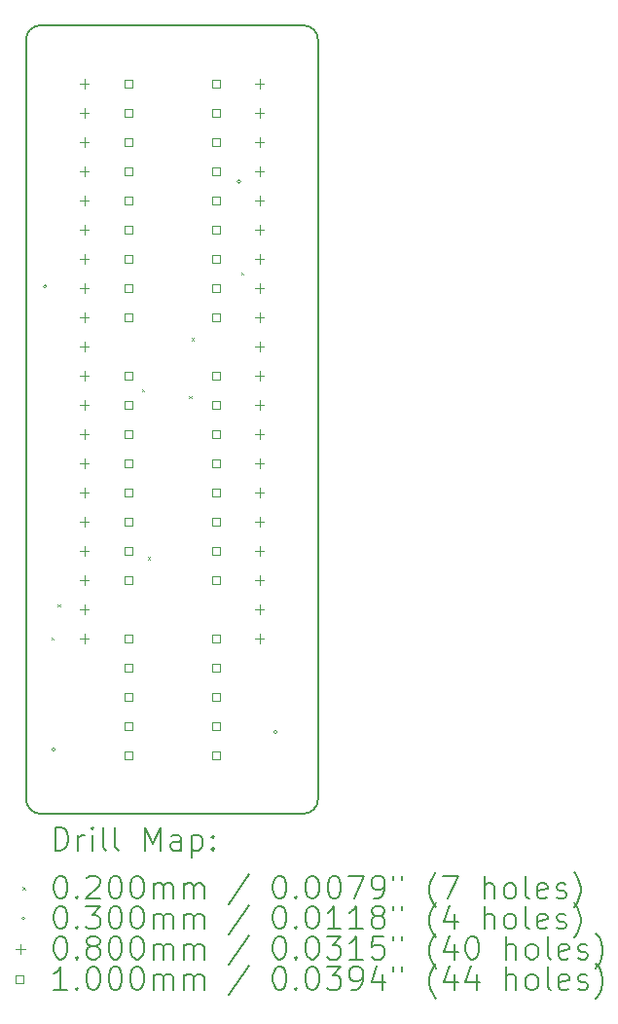
<source format=gbr>
%TF.GenerationSoftware,KiCad,Pcbnew,9.0.6-9.0.6~ubuntu25.10.1*%
%TF.CreationDate,2025-12-24T11:00:35+09:00*%
%TF.ProjectId,bionic-z8002,62696f6e-6963-42d7-9a38-3030322e6b69,1*%
%TF.SameCoordinates,Original*%
%TF.FileFunction,Drillmap*%
%TF.FilePolarity,Positive*%
%FSLAX45Y45*%
G04 Gerber Fmt 4.5, Leading zero omitted, Abs format (unit mm)*
G04 Created by KiCad (PCBNEW 9.0.6-9.0.6~ubuntu25.10.1) date 2025-12-24 11:00:35*
%MOMM*%
%LPD*%
G01*
G04 APERTURE LIST*
%ADD10C,0.150000*%
%ADD11C,0.200000*%
%ADD12C,0.100000*%
G04 APERTURE END LIST*
D10*
X12513000Y-7000000D02*
G75*
G02*
X12640000Y-7127000I0J-127000D01*
G01*
X12640000Y-13731000D02*
G75*
G02*
X12513000Y-13858000I-127000J0D01*
G01*
X10100000Y-7127000D02*
G75*
G02*
X10227000Y-7000000I127000J0D01*
G01*
X12640000Y-7127000D02*
X12640000Y-13731000D01*
X10227000Y-13858000D02*
G75*
G02*
X10100000Y-13731000I0J127000D01*
G01*
X12513000Y-13858000D02*
X10227000Y-13858000D01*
X10100000Y-13731000D02*
X10100000Y-7127000D01*
X10227000Y-7000000D02*
X12513000Y-7000000D01*
D11*
D12*
X10318600Y-12324000D02*
X10338600Y-12344000D01*
X10338600Y-12324000D02*
X10318600Y-12344000D01*
X10376610Y-12037390D02*
X10396610Y-12057390D01*
X10396610Y-12037390D02*
X10376610Y-12057390D01*
X11106000Y-10165000D02*
X11126000Y-10185000D01*
X11126000Y-10165000D02*
X11106000Y-10185000D01*
X11156800Y-11625500D02*
X11176800Y-11645500D01*
X11176800Y-11625500D02*
X11156800Y-11645500D01*
X11518750Y-10222150D02*
X11538750Y-10242150D01*
X11538750Y-10222150D02*
X11518750Y-10242150D01*
X11537800Y-9720500D02*
X11557800Y-9740500D01*
X11557800Y-9720500D02*
X11537800Y-9740500D01*
X11969600Y-9149000D02*
X11989600Y-9169000D01*
X11989600Y-9149000D02*
X11969600Y-9169000D01*
X10280100Y-9273300D02*
G75*
G02*
X10250100Y-9273300I-15000J0D01*
G01*
X10250100Y-9273300D02*
G75*
G02*
X10280100Y-9273300I15000J0D01*
G01*
X10356300Y-13299200D02*
G75*
G02*
X10326300Y-13299200I-15000J0D01*
G01*
X10326300Y-13299200D02*
G75*
G02*
X10356300Y-13299200I15000J0D01*
G01*
X11969200Y-8358900D02*
G75*
G02*
X11939200Y-8358900I-15000J0D01*
G01*
X11939200Y-8358900D02*
G75*
G02*
X11969200Y-8358900I15000J0D01*
G01*
X12286700Y-13146800D02*
G75*
G02*
X12256700Y-13146800I-15000J0D01*
G01*
X12256700Y-13146800D02*
G75*
G02*
X12286700Y-13146800I15000J0D01*
G01*
X10608000Y-7468000D02*
X10608000Y-7548000D01*
X10568000Y-7508000D02*
X10648000Y-7508000D01*
X10608000Y-7722000D02*
X10608000Y-7802000D01*
X10568000Y-7762000D02*
X10648000Y-7762000D01*
X10608000Y-7976000D02*
X10608000Y-8056000D01*
X10568000Y-8016000D02*
X10648000Y-8016000D01*
X10608000Y-8230000D02*
X10608000Y-8310000D01*
X10568000Y-8270000D02*
X10648000Y-8270000D01*
X10608000Y-8484000D02*
X10608000Y-8564000D01*
X10568000Y-8524000D02*
X10648000Y-8524000D01*
X10608000Y-8738000D02*
X10608000Y-8818000D01*
X10568000Y-8778000D02*
X10648000Y-8778000D01*
X10608000Y-8992000D02*
X10608000Y-9072000D01*
X10568000Y-9032000D02*
X10648000Y-9032000D01*
X10608000Y-9246000D02*
X10608000Y-9326000D01*
X10568000Y-9286000D02*
X10648000Y-9286000D01*
X10608000Y-9500000D02*
X10608000Y-9580000D01*
X10568000Y-9540000D02*
X10648000Y-9540000D01*
X10608000Y-9754000D02*
X10608000Y-9834000D01*
X10568000Y-9794000D02*
X10648000Y-9794000D01*
X10608000Y-10008000D02*
X10608000Y-10088000D01*
X10568000Y-10048000D02*
X10648000Y-10048000D01*
X10608000Y-10262000D02*
X10608000Y-10342000D01*
X10568000Y-10302000D02*
X10648000Y-10302000D01*
X10608000Y-10516000D02*
X10608000Y-10596000D01*
X10568000Y-10556000D02*
X10648000Y-10556000D01*
X10608000Y-10770000D02*
X10608000Y-10850000D01*
X10568000Y-10810000D02*
X10648000Y-10810000D01*
X10608000Y-11024000D02*
X10608000Y-11104000D01*
X10568000Y-11064000D02*
X10648000Y-11064000D01*
X10608000Y-11278000D02*
X10608000Y-11358000D01*
X10568000Y-11318000D02*
X10648000Y-11318000D01*
X10608000Y-11532000D02*
X10608000Y-11612000D01*
X10568000Y-11572000D02*
X10648000Y-11572000D01*
X10608000Y-11786000D02*
X10608000Y-11866000D01*
X10568000Y-11826000D02*
X10648000Y-11826000D01*
X10608000Y-12040000D02*
X10608000Y-12120000D01*
X10568000Y-12080000D02*
X10648000Y-12080000D01*
X10608000Y-12294000D02*
X10608000Y-12374000D01*
X10568000Y-12334000D02*
X10648000Y-12334000D01*
X12132000Y-7468000D02*
X12132000Y-7548000D01*
X12092000Y-7508000D02*
X12172000Y-7508000D01*
X12132000Y-7722000D02*
X12132000Y-7802000D01*
X12092000Y-7762000D02*
X12172000Y-7762000D01*
X12132000Y-7976000D02*
X12132000Y-8056000D01*
X12092000Y-8016000D02*
X12172000Y-8016000D01*
X12132000Y-8230000D02*
X12132000Y-8310000D01*
X12092000Y-8270000D02*
X12172000Y-8270000D01*
X12132000Y-8484000D02*
X12132000Y-8564000D01*
X12092000Y-8524000D02*
X12172000Y-8524000D01*
X12132000Y-8738000D02*
X12132000Y-8818000D01*
X12092000Y-8778000D02*
X12172000Y-8778000D01*
X12132000Y-8992000D02*
X12132000Y-9072000D01*
X12092000Y-9032000D02*
X12172000Y-9032000D01*
X12132000Y-9246000D02*
X12132000Y-9326000D01*
X12092000Y-9286000D02*
X12172000Y-9286000D01*
X12132000Y-9500000D02*
X12132000Y-9580000D01*
X12092000Y-9540000D02*
X12172000Y-9540000D01*
X12132000Y-9754000D02*
X12132000Y-9834000D01*
X12092000Y-9794000D02*
X12172000Y-9794000D01*
X12132000Y-10008000D02*
X12132000Y-10088000D01*
X12092000Y-10048000D02*
X12172000Y-10048000D01*
X12132000Y-10262000D02*
X12132000Y-10342000D01*
X12092000Y-10302000D02*
X12172000Y-10302000D01*
X12132000Y-10516000D02*
X12132000Y-10596000D01*
X12092000Y-10556000D02*
X12172000Y-10556000D01*
X12132000Y-10770000D02*
X12132000Y-10850000D01*
X12092000Y-10810000D02*
X12172000Y-10810000D01*
X12132000Y-11024000D02*
X12132000Y-11104000D01*
X12092000Y-11064000D02*
X12172000Y-11064000D01*
X12132000Y-11278000D02*
X12132000Y-11358000D01*
X12092000Y-11318000D02*
X12172000Y-11318000D01*
X12132000Y-11532000D02*
X12132000Y-11612000D01*
X12092000Y-11572000D02*
X12172000Y-11572000D01*
X12132000Y-11786000D02*
X12132000Y-11866000D01*
X12092000Y-11826000D02*
X12172000Y-11826000D01*
X12132000Y-12040000D02*
X12132000Y-12120000D01*
X12092000Y-12080000D02*
X12172000Y-12080000D01*
X12132000Y-12294000D02*
X12132000Y-12374000D01*
X12092000Y-12334000D02*
X12172000Y-12334000D01*
X11024356Y-7543356D02*
X11024356Y-7472644D01*
X10953644Y-7472644D01*
X10953644Y-7543356D01*
X11024356Y-7543356D01*
X11024356Y-7797356D02*
X11024356Y-7726644D01*
X10953644Y-7726644D01*
X10953644Y-7797356D01*
X11024356Y-7797356D01*
X11024356Y-8051356D02*
X11024356Y-7980644D01*
X10953644Y-7980644D01*
X10953644Y-8051356D01*
X11024356Y-8051356D01*
X11024356Y-8305356D02*
X11024356Y-8234644D01*
X10953644Y-8234644D01*
X10953644Y-8305356D01*
X11024356Y-8305356D01*
X11024356Y-8559356D02*
X11024356Y-8488644D01*
X10953644Y-8488644D01*
X10953644Y-8559356D01*
X11024356Y-8559356D01*
X11024356Y-8813356D02*
X11024356Y-8742644D01*
X10953644Y-8742644D01*
X10953644Y-8813356D01*
X11024356Y-8813356D01*
X11024356Y-9067356D02*
X11024356Y-8996644D01*
X10953644Y-8996644D01*
X10953644Y-9067356D01*
X11024356Y-9067356D01*
X11024356Y-9321356D02*
X11024356Y-9250644D01*
X10953644Y-9250644D01*
X10953644Y-9321356D01*
X11024356Y-9321356D01*
X11024356Y-9575356D02*
X11024356Y-9504644D01*
X10953644Y-9504644D01*
X10953644Y-9575356D01*
X11024356Y-9575356D01*
X11024356Y-10083356D02*
X11024356Y-10012644D01*
X10953644Y-10012644D01*
X10953644Y-10083356D01*
X11024356Y-10083356D01*
X11024356Y-10337356D02*
X11024356Y-10266644D01*
X10953644Y-10266644D01*
X10953644Y-10337356D01*
X11024356Y-10337356D01*
X11024356Y-10591356D02*
X11024356Y-10520644D01*
X10953644Y-10520644D01*
X10953644Y-10591356D01*
X11024356Y-10591356D01*
X11024356Y-10845356D02*
X11024356Y-10774644D01*
X10953644Y-10774644D01*
X10953644Y-10845356D01*
X11024356Y-10845356D01*
X11024356Y-11099356D02*
X11024356Y-11028644D01*
X10953644Y-11028644D01*
X10953644Y-11099356D01*
X11024356Y-11099356D01*
X11024356Y-11353356D02*
X11024356Y-11282644D01*
X10953644Y-11282644D01*
X10953644Y-11353356D01*
X11024356Y-11353356D01*
X11024356Y-11607356D02*
X11024356Y-11536644D01*
X10953644Y-11536644D01*
X10953644Y-11607356D01*
X11024356Y-11607356D01*
X11024356Y-11861356D02*
X11024356Y-11790644D01*
X10953644Y-11790644D01*
X10953644Y-11861356D01*
X11024356Y-11861356D01*
X11024356Y-12369356D02*
X11024356Y-12298644D01*
X10953644Y-12298644D01*
X10953644Y-12369356D01*
X11024356Y-12369356D01*
X11024356Y-12623356D02*
X11024356Y-12552644D01*
X10953644Y-12552644D01*
X10953644Y-12623356D01*
X11024356Y-12623356D01*
X11024356Y-12877356D02*
X11024356Y-12806644D01*
X10953644Y-12806644D01*
X10953644Y-12877356D01*
X11024356Y-12877356D01*
X11024356Y-13131356D02*
X11024356Y-13060644D01*
X10953644Y-13060644D01*
X10953644Y-13131356D01*
X11024356Y-13131356D01*
X11024356Y-13385356D02*
X11024356Y-13314644D01*
X10953644Y-13314644D01*
X10953644Y-13385356D01*
X11024356Y-13385356D01*
X11786356Y-7543356D02*
X11786356Y-7472644D01*
X11715644Y-7472644D01*
X11715644Y-7543356D01*
X11786356Y-7543356D01*
X11786356Y-7797356D02*
X11786356Y-7726644D01*
X11715644Y-7726644D01*
X11715644Y-7797356D01*
X11786356Y-7797356D01*
X11786356Y-8051356D02*
X11786356Y-7980644D01*
X11715644Y-7980644D01*
X11715644Y-8051356D01*
X11786356Y-8051356D01*
X11786356Y-8305356D02*
X11786356Y-8234644D01*
X11715644Y-8234644D01*
X11715644Y-8305356D01*
X11786356Y-8305356D01*
X11786356Y-8559356D02*
X11786356Y-8488644D01*
X11715644Y-8488644D01*
X11715644Y-8559356D01*
X11786356Y-8559356D01*
X11786356Y-8813356D02*
X11786356Y-8742644D01*
X11715644Y-8742644D01*
X11715644Y-8813356D01*
X11786356Y-8813356D01*
X11786356Y-9067356D02*
X11786356Y-8996644D01*
X11715644Y-8996644D01*
X11715644Y-9067356D01*
X11786356Y-9067356D01*
X11786356Y-9321356D02*
X11786356Y-9250644D01*
X11715644Y-9250644D01*
X11715644Y-9321356D01*
X11786356Y-9321356D01*
X11786356Y-9575356D02*
X11786356Y-9504644D01*
X11715644Y-9504644D01*
X11715644Y-9575356D01*
X11786356Y-9575356D01*
X11786356Y-10083356D02*
X11786356Y-10012644D01*
X11715644Y-10012644D01*
X11715644Y-10083356D01*
X11786356Y-10083356D01*
X11786356Y-10337356D02*
X11786356Y-10266644D01*
X11715644Y-10266644D01*
X11715644Y-10337356D01*
X11786356Y-10337356D01*
X11786356Y-10591356D02*
X11786356Y-10520644D01*
X11715644Y-10520644D01*
X11715644Y-10591356D01*
X11786356Y-10591356D01*
X11786356Y-10845356D02*
X11786356Y-10774644D01*
X11715644Y-10774644D01*
X11715644Y-10845356D01*
X11786356Y-10845356D01*
X11786356Y-11099356D02*
X11786356Y-11028644D01*
X11715644Y-11028644D01*
X11715644Y-11099356D01*
X11786356Y-11099356D01*
X11786356Y-11353356D02*
X11786356Y-11282644D01*
X11715644Y-11282644D01*
X11715644Y-11353356D01*
X11786356Y-11353356D01*
X11786356Y-11607356D02*
X11786356Y-11536644D01*
X11715644Y-11536644D01*
X11715644Y-11607356D01*
X11786356Y-11607356D01*
X11786356Y-11861356D02*
X11786356Y-11790644D01*
X11715644Y-11790644D01*
X11715644Y-11861356D01*
X11786356Y-11861356D01*
X11786356Y-12369356D02*
X11786356Y-12298644D01*
X11715644Y-12298644D01*
X11715644Y-12369356D01*
X11786356Y-12369356D01*
X11786356Y-12623356D02*
X11786356Y-12552644D01*
X11715644Y-12552644D01*
X11715644Y-12623356D01*
X11786356Y-12623356D01*
X11786356Y-12877356D02*
X11786356Y-12806644D01*
X11715644Y-12806644D01*
X11715644Y-12877356D01*
X11786356Y-12877356D01*
X11786356Y-13131356D02*
X11786356Y-13060644D01*
X11715644Y-13060644D01*
X11715644Y-13131356D01*
X11786356Y-13131356D01*
X11786356Y-13385356D02*
X11786356Y-13314644D01*
X11715644Y-13314644D01*
X11715644Y-13385356D01*
X11786356Y-13385356D01*
D11*
X10353277Y-14176984D02*
X10353277Y-13976984D01*
X10353277Y-13976984D02*
X10400896Y-13976984D01*
X10400896Y-13976984D02*
X10429467Y-13986508D01*
X10429467Y-13986508D02*
X10448515Y-14005555D01*
X10448515Y-14005555D02*
X10458039Y-14024603D01*
X10458039Y-14024603D02*
X10467563Y-14062698D01*
X10467563Y-14062698D02*
X10467563Y-14091269D01*
X10467563Y-14091269D02*
X10458039Y-14129365D01*
X10458039Y-14129365D02*
X10448515Y-14148412D01*
X10448515Y-14148412D02*
X10429467Y-14167460D01*
X10429467Y-14167460D02*
X10400896Y-14176984D01*
X10400896Y-14176984D02*
X10353277Y-14176984D01*
X10553277Y-14176984D02*
X10553277Y-14043650D01*
X10553277Y-14081746D02*
X10562801Y-14062698D01*
X10562801Y-14062698D02*
X10572324Y-14053174D01*
X10572324Y-14053174D02*
X10591372Y-14043650D01*
X10591372Y-14043650D02*
X10610420Y-14043650D01*
X10677086Y-14176984D02*
X10677086Y-14043650D01*
X10677086Y-13976984D02*
X10667563Y-13986508D01*
X10667563Y-13986508D02*
X10677086Y-13996031D01*
X10677086Y-13996031D02*
X10686610Y-13986508D01*
X10686610Y-13986508D02*
X10677086Y-13976984D01*
X10677086Y-13976984D02*
X10677086Y-13996031D01*
X10800896Y-14176984D02*
X10781848Y-14167460D01*
X10781848Y-14167460D02*
X10772324Y-14148412D01*
X10772324Y-14148412D02*
X10772324Y-13976984D01*
X10905658Y-14176984D02*
X10886610Y-14167460D01*
X10886610Y-14167460D02*
X10877086Y-14148412D01*
X10877086Y-14148412D02*
X10877086Y-13976984D01*
X11134229Y-14176984D02*
X11134229Y-13976984D01*
X11134229Y-13976984D02*
X11200896Y-14119841D01*
X11200896Y-14119841D02*
X11267562Y-13976984D01*
X11267562Y-13976984D02*
X11267562Y-14176984D01*
X11448515Y-14176984D02*
X11448515Y-14072222D01*
X11448515Y-14072222D02*
X11438991Y-14053174D01*
X11438991Y-14053174D02*
X11419943Y-14043650D01*
X11419943Y-14043650D02*
X11381848Y-14043650D01*
X11381848Y-14043650D02*
X11362801Y-14053174D01*
X11448515Y-14167460D02*
X11429467Y-14176984D01*
X11429467Y-14176984D02*
X11381848Y-14176984D01*
X11381848Y-14176984D02*
X11362801Y-14167460D01*
X11362801Y-14167460D02*
X11353277Y-14148412D01*
X11353277Y-14148412D02*
X11353277Y-14129365D01*
X11353277Y-14129365D02*
X11362801Y-14110317D01*
X11362801Y-14110317D02*
X11381848Y-14100793D01*
X11381848Y-14100793D02*
X11429467Y-14100793D01*
X11429467Y-14100793D02*
X11448515Y-14091269D01*
X11543753Y-14043650D02*
X11543753Y-14243650D01*
X11543753Y-14053174D02*
X11562801Y-14043650D01*
X11562801Y-14043650D02*
X11600896Y-14043650D01*
X11600896Y-14043650D02*
X11619943Y-14053174D01*
X11619943Y-14053174D02*
X11629467Y-14062698D01*
X11629467Y-14062698D02*
X11638991Y-14081746D01*
X11638991Y-14081746D02*
X11638991Y-14138888D01*
X11638991Y-14138888D02*
X11629467Y-14157936D01*
X11629467Y-14157936D02*
X11619943Y-14167460D01*
X11619943Y-14167460D02*
X11600896Y-14176984D01*
X11600896Y-14176984D02*
X11562801Y-14176984D01*
X11562801Y-14176984D02*
X11543753Y-14167460D01*
X11724705Y-14157936D02*
X11734229Y-14167460D01*
X11734229Y-14167460D02*
X11724705Y-14176984D01*
X11724705Y-14176984D02*
X11715182Y-14167460D01*
X11715182Y-14167460D02*
X11724705Y-14157936D01*
X11724705Y-14157936D02*
X11724705Y-14176984D01*
X11724705Y-14053174D02*
X11734229Y-14062698D01*
X11734229Y-14062698D02*
X11724705Y-14072222D01*
X11724705Y-14072222D02*
X11715182Y-14062698D01*
X11715182Y-14062698D02*
X11724705Y-14053174D01*
X11724705Y-14053174D02*
X11724705Y-14072222D01*
D12*
X10072500Y-14495500D02*
X10092500Y-14515500D01*
X10092500Y-14495500D02*
X10072500Y-14515500D01*
D11*
X10391372Y-14396984D02*
X10410420Y-14396984D01*
X10410420Y-14396984D02*
X10429467Y-14406508D01*
X10429467Y-14406508D02*
X10438991Y-14416031D01*
X10438991Y-14416031D02*
X10448515Y-14435079D01*
X10448515Y-14435079D02*
X10458039Y-14473174D01*
X10458039Y-14473174D02*
X10458039Y-14520793D01*
X10458039Y-14520793D02*
X10448515Y-14558888D01*
X10448515Y-14558888D02*
X10438991Y-14577936D01*
X10438991Y-14577936D02*
X10429467Y-14587460D01*
X10429467Y-14587460D02*
X10410420Y-14596984D01*
X10410420Y-14596984D02*
X10391372Y-14596984D01*
X10391372Y-14596984D02*
X10372324Y-14587460D01*
X10372324Y-14587460D02*
X10362801Y-14577936D01*
X10362801Y-14577936D02*
X10353277Y-14558888D01*
X10353277Y-14558888D02*
X10343753Y-14520793D01*
X10343753Y-14520793D02*
X10343753Y-14473174D01*
X10343753Y-14473174D02*
X10353277Y-14435079D01*
X10353277Y-14435079D02*
X10362801Y-14416031D01*
X10362801Y-14416031D02*
X10372324Y-14406508D01*
X10372324Y-14406508D02*
X10391372Y-14396984D01*
X10543753Y-14577936D02*
X10553277Y-14587460D01*
X10553277Y-14587460D02*
X10543753Y-14596984D01*
X10543753Y-14596984D02*
X10534229Y-14587460D01*
X10534229Y-14587460D02*
X10543753Y-14577936D01*
X10543753Y-14577936D02*
X10543753Y-14596984D01*
X10629467Y-14416031D02*
X10638991Y-14406508D01*
X10638991Y-14406508D02*
X10658039Y-14396984D01*
X10658039Y-14396984D02*
X10705658Y-14396984D01*
X10705658Y-14396984D02*
X10724705Y-14406508D01*
X10724705Y-14406508D02*
X10734229Y-14416031D01*
X10734229Y-14416031D02*
X10743753Y-14435079D01*
X10743753Y-14435079D02*
X10743753Y-14454127D01*
X10743753Y-14454127D02*
X10734229Y-14482698D01*
X10734229Y-14482698D02*
X10619944Y-14596984D01*
X10619944Y-14596984D02*
X10743753Y-14596984D01*
X10867563Y-14396984D02*
X10886610Y-14396984D01*
X10886610Y-14396984D02*
X10905658Y-14406508D01*
X10905658Y-14406508D02*
X10915182Y-14416031D01*
X10915182Y-14416031D02*
X10924705Y-14435079D01*
X10924705Y-14435079D02*
X10934229Y-14473174D01*
X10934229Y-14473174D02*
X10934229Y-14520793D01*
X10934229Y-14520793D02*
X10924705Y-14558888D01*
X10924705Y-14558888D02*
X10915182Y-14577936D01*
X10915182Y-14577936D02*
X10905658Y-14587460D01*
X10905658Y-14587460D02*
X10886610Y-14596984D01*
X10886610Y-14596984D02*
X10867563Y-14596984D01*
X10867563Y-14596984D02*
X10848515Y-14587460D01*
X10848515Y-14587460D02*
X10838991Y-14577936D01*
X10838991Y-14577936D02*
X10829467Y-14558888D01*
X10829467Y-14558888D02*
X10819944Y-14520793D01*
X10819944Y-14520793D02*
X10819944Y-14473174D01*
X10819944Y-14473174D02*
X10829467Y-14435079D01*
X10829467Y-14435079D02*
X10838991Y-14416031D01*
X10838991Y-14416031D02*
X10848515Y-14406508D01*
X10848515Y-14406508D02*
X10867563Y-14396984D01*
X11058039Y-14396984D02*
X11077086Y-14396984D01*
X11077086Y-14396984D02*
X11096134Y-14406508D01*
X11096134Y-14406508D02*
X11105658Y-14416031D01*
X11105658Y-14416031D02*
X11115182Y-14435079D01*
X11115182Y-14435079D02*
X11124705Y-14473174D01*
X11124705Y-14473174D02*
X11124705Y-14520793D01*
X11124705Y-14520793D02*
X11115182Y-14558888D01*
X11115182Y-14558888D02*
X11105658Y-14577936D01*
X11105658Y-14577936D02*
X11096134Y-14587460D01*
X11096134Y-14587460D02*
X11077086Y-14596984D01*
X11077086Y-14596984D02*
X11058039Y-14596984D01*
X11058039Y-14596984D02*
X11038991Y-14587460D01*
X11038991Y-14587460D02*
X11029467Y-14577936D01*
X11029467Y-14577936D02*
X11019944Y-14558888D01*
X11019944Y-14558888D02*
X11010420Y-14520793D01*
X11010420Y-14520793D02*
X11010420Y-14473174D01*
X11010420Y-14473174D02*
X11019944Y-14435079D01*
X11019944Y-14435079D02*
X11029467Y-14416031D01*
X11029467Y-14416031D02*
X11038991Y-14406508D01*
X11038991Y-14406508D02*
X11058039Y-14396984D01*
X11210420Y-14596984D02*
X11210420Y-14463650D01*
X11210420Y-14482698D02*
X11219943Y-14473174D01*
X11219943Y-14473174D02*
X11238991Y-14463650D01*
X11238991Y-14463650D02*
X11267563Y-14463650D01*
X11267563Y-14463650D02*
X11286610Y-14473174D01*
X11286610Y-14473174D02*
X11296134Y-14492222D01*
X11296134Y-14492222D02*
X11296134Y-14596984D01*
X11296134Y-14492222D02*
X11305658Y-14473174D01*
X11305658Y-14473174D02*
X11324705Y-14463650D01*
X11324705Y-14463650D02*
X11353277Y-14463650D01*
X11353277Y-14463650D02*
X11372324Y-14473174D01*
X11372324Y-14473174D02*
X11381848Y-14492222D01*
X11381848Y-14492222D02*
X11381848Y-14596984D01*
X11477086Y-14596984D02*
X11477086Y-14463650D01*
X11477086Y-14482698D02*
X11486610Y-14473174D01*
X11486610Y-14473174D02*
X11505658Y-14463650D01*
X11505658Y-14463650D02*
X11534229Y-14463650D01*
X11534229Y-14463650D02*
X11553277Y-14473174D01*
X11553277Y-14473174D02*
X11562801Y-14492222D01*
X11562801Y-14492222D02*
X11562801Y-14596984D01*
X11562801Y-14492222D02*
X11572324Y-14473174D01*
X11572324Y-14473174D02*
X11591372Y-14463650D01*
X11591372Y-14463650D02*
X11619943Y-14463650D01*
X11619943Y-14463650D02*
X11638991Y-14473174D01*
X11638991Y-14473174D02*
X11648515Y-14492222D01*
X11648515Y-14492222D02*
X11648515Y-14596984D01*
X12038991Y-14387460D02*
X11867563Y-14644603D01*
X12296134Y-14396984D02*
X12315182Y-14396984D01*
X12315182Y-14396984D02*
X12334229Y-14406508D01*
X12334229Y-14406508D02*
X12343753Y-14416031D01*
X12343753Y-14416031D02*
X12353277Y-14435079D01*
X12353277Y-14435079D02*
X12362801Y-14473174D01*
X12362801Y-14473174D02*
X12362801Y-14520793D01*
X12362801Y-14520793D02*
X12353277Y-14558888D01*
X12353277Y-14558888D02*
X12343753Y-14577936D01*
X12343753Y-14577936D02*
X12334229Y-14587460D01*
X12334229Y-14587460D02*
X12315182Y-14596984D01*
X12315182Y-14596984D02*
X12296134Y-14596984D01*
X12296134Y-14596984D02*
X12277086Y-14587460D01*
X12277086Y-14587460D02*
X12267563Y-14577936D01*
X12267563Y-14577936D02*
X12258039Y-14558888D01*
X12258039Y-14558888D02*
X12248515Y-14520793D01*
X12248515Y-14520793D02*
X12248515Y-14473174D01*
X12248515Y-14473174D02*
X12258039Y-14435079D01*
X12258039Y-14435079D02*
X12267563Y-14416031D01*
X12267563Y-14416031D02*
X12277086Y-14406508D01*
X12277086Y-14406508D02*
X12296134Y-14396984D01*
X12448515Y-14577936D02*
X12458039Y-14587460D01*
X12458039Y-14587460D02*
X12448515Y-14596984D01*
X12448515Y-14596984D02*
X12438991Y-14587460D01*
X12438991Y-14587460D02*
X12448515Y-14577936D01*
X12448515Y-14577936D02*
X12448515Y-14596984D01*
X12581848Y-14396984D02*
X12600896Y-14396984D01*
X12600896Y-14396984D02*
X12619944Y-14406508D01*
X12619944Y-14406508D02*
X12629467Y-14416031D01*
X12629467Y-14416031D02*
X12638991Y-14435079D01*
X12638991Y-14435079D02*
X12648515Y-14473174D01*
X12648515Y-14473174D02*
X12648515Y-14520793D01*
X12648515Y-14520793D02*
X12638991Y-14558888D01*
X12638991Y-14558888D02*
X12629467Y-14577936D01*
X12629467Y-14577936D02*
X12619944Y-14587460D01*
X12619944Y-14587460D02*
X12600896Y-14596984D01*
X12600896Y-14596984D02*
X12581848Y-14596984D01*
X12581848Y-14596984D02*
X12562801Y-14587460D01*
X12562801Y-14587460D02*
X12553277Y-14577936D01*
X12553277Y-14577936D02*
X12543753Y-14558888D01*
X12543753Y-14558888D02*
X12534229Y-14520793D01*
X12534229Y-14520793D02*
X12534229Y-14473174D01*
X12534229Y-14473174D02*
X12543753Y-14435079D01*
X12543753Y-14435079D02*
X12553277Y-14416031D01*
X12553277Y-14416031D02*
X12562801Y-14406508D01*
X12562801Y-14406508D02*
X12581848Y-14396984D01*
X12772325Y-14396984D02*
X12791372Y-14396984D01*
X12791372Y-14396984D02*
X12810420Y-14406508D01*
X12810420Y-14406508D02*
X12819944Y-14416031D01*
X12819944Y-14416031D02*
X12829467Y-14435079D01*
X12829467Y-14435079D02*
X12838991Y-14473174D01*
X12838991Y-14473174D02*
X12838991Y-14520793D01*
X12838991Y-14520793D02*
X12829467Y-14558888D01*
X12829467Y-14558888D02*
X12819944Y-14577936D01*
X12819944Y-14577936D02*
X12810420Y-14587460D01*
X12810420Y-14587460D02*
X12791372Y-14596984D01*
X12791372Y-14596984D02*
X12772325Y-14596984D01*
X12772325Y-14596984D02*
X12753277Y-14587460D01*
X12753277Y-14587460D02*
X12743753Y-14577936D01*
X12743753Y-14577936D02*
X12734229Y-14558888D01*
X12734229Y-14558888D02*
X12724706Y-14520793D01*
X12724706Y-14520793D02*
X12724706Y-14473174D01*
X12724706Y-14473174D02*
X12734229Y-14435079D01*
X12734229Y-14435079D02*
X12743753Y-14416031D01*
X12743753Y-14416031D02*
X12753277Y-14406508D01*
X12753277Y-14406508D02*
X12772325Y-14396984D01*
X12905658Y-14396984D02*
X13038991Y-14396984D01*
X13038991Y-14396984D02*
X12953277Y-14596984D01*
X13124706Y-14596984D02*
X13162801Y-14596984D01*
X13162801Y-14596984D02*
X13181848Y-14587460D01*
X13181848Y-14587460D02*
X13191372Y-14577936D01*
X13191372Y-14577936D02*
X13210420Y-14549365D01*
X13210420Y-14549365D02*
X13219944Y-14511269D01*
X13219944Y-14511269D02*
X13219944Y-14435079D01*
X13219944Y-14435079D02*
X13210420Y-14416031D01*
X13210420Y-14416031D02*
X13200896Y-14406508D01*
X13200896Y-14406508D02*
X13181848Y-14396984D01*
X13181848Y-14396984D02*
X13143753Y-14396984D01*
X13143753Y-14396984D02*
X13124706Y-14406508D01*
X13124706Y-14406508D02*
X13115182Y-14416031D01*
X13115182Y-14416031D02*
X13105658Y-14435079D01*
X13105658Y-14435079D02*
X13105658Y-14482698D01*
X13105658Y-14482698D02*
X13115182Y-14501746D01*
X13115182Y-14501746D02*
X13124706Y-14511269D01*
X13124706Y-14511269D02*
X13143753Y-14520793D01*
X13143753Y-14520793D02*
X13181848Y-14520793D01*
X13181848Y-14520793D02*
X13200896Y-14511269D01*
X13200896Y-14511269D02*
X13210420Y-14501746D01*
X13210420Y-14501746D02*
X13219944Y-14482698D01*
X13296134Y-14396984D02*
X13296134Y-14435079D01*
X13372325Y-14396984D02*
X13372325Y-14435079D01*
X13667563Y-14673174D02*
X13658039Y-14663650D01*
X13658039Y-14663650D02*
X13638991Y-14635079D01*
X13638991Y-14635079D02*
X13629468Y-14616031D01*
X13629468Y-14616031D02*
X13619944Y-14587460D01*
X13619944Y-14587460D02*
X13610420Y-14539841D01*
X13610420Y-14539841D02*
X13610420Y-14501746D01*
X13610420Y-14501746D02*
X13619944Y-14454127D01*
X13619944Y-14454127D02*
X13629468Y-14425555D01*
X13629468Y-14425555D02*
X13638991Y-14406508D01*
X13638991Y-14406508D02*
X13658039Y-14377936D01*
X13658039Y-14377936D02*
X13667563Y-14368412D01*
X13724706Y-14396984D02*
X13858039Y-14396984D01*
X13858039Y-14396984D02*
X13772325Y-14596984D01*
X14086610Y-14596984D02*
X14086610Y-14396984D01*
X14172325Y-14596984D02*
X14172325Y-14492222D01*
X14172325Y-14492222D02*
X14162801Y-14473174D01*
X14162801Y-14473174D02*
X14143753Y-14463650D01*
X14143753Y-14463650D02*
X14115182Y-14463650D01*
X14115182Y-14463650D02*
X14096134Y-14473174D01*
X14096134Y-14473174D02*
X14086610Y-14482698D01*
X14296134Y-14596984D02*
X14277087Y-14587460D01*
X14277087Y-14587460D02*
X14267563Y-14577936D01*
X14267563Y-14577936D02*
X14258039Y-14558888D01*
X14258039Y-14558888D02*
X14258039Y-14501746D01*
X14258039Y-14501746D02*
X14267563Y-14482698D01*
X14267563Y-14482698D02*
X14277087Y-14473174D01*
X14277087Y-14473174D02*
X14296134Y-14463650D01*
X14296134Y-14463650D02*
X14324706Y-14463650D01*
X14324706Y-14463650D02*
X14343753Y-14473174D01*
X14343753Y-14473174D02*
X14353277Y-14482698D01*
X14353277Y-14482698D02*
X14362801Y-14501746D01*
X14362801Y-14501746D02*
X14362801Y-14558888D01*
X14362801Y-14558888D02*
X14353277Y-14577936D01*
X14353277Y-14577936D02*
X14343753Y-14587460D01*
X14343753Y-14587460D02*
X14324706Y-14596984D01*
X14324706Y-14596984D02*
X14296134Y-14596984D01*
X14477087Y-14596984D02*
X14458039Y-14587460D01*
X14458039Y-14587460D02*
X14448515Y-14568412D01*
X14448515Y-14568412D02*
X14448515Y-14396984D01*
X14629468Y-14587460D02*
X14610420Y-14596984D01*
X14610420Y-14596984D02*
X14572325Y-14596984D01*
X14572325Y-14596984D02*
X14553277Y-14587460D01*
X14553277Y-14587460D02*
X14543753Y-14568412D01*
X14543753Y-14568412D02*
X14543753Y-14492222D01*
X14543753Y-14492222D02*
X14553277Y-14473174D01*
X14553277Y-14473174D02*
X14572325Y-14463650D01*
X14572325Y-14463650D02*
X14610420Y-14463650D01*
X14610420Y-14463650D02*
X14629468Y-14473174D01*
X14629468Y-14473174D02*
X14638991Y-14492222D01*
X14638991Y-14492222D02*
X14638991Y-14511269D01*
X14638991Y-14511269D02*
X14543753Y-14530317D01*
X14715182Y-14587460D02*
X14734230Y-14596984D01*
X14734230Y-14596984D02*
X14772325Y-14596984D01*
X14772325Y-14596984D02*
X14791372Y-14587460D01*
X14791372Y-14587460D02*
X14800896Y-14568412D01*
X14800896Y-14568412D02*
X14800896Y-14558888D01*
X14800896Y-14558888D02*
X14791372Y-14539841D01*
X14791372Y-14539841D02*
X14772325Y-14530317D01*
X14772325Y-14530317D02*
X14743753Y-14530317D01*
X14743753Y-14530317D02*
X14724706Y-14520793D01*
X14724706Y-14520793D02*
X14715182Y-14501746D01*
X14715182Y-14501746D02*
X14715182Y-14492222D01*
X14715182Y-14492222D02*
X14724706Y-14473174D01*
X14724706Y-14473174D02*
X14743753Y-14463650D01*
X14743753Y-14463650D02*
X14772325Y-14463650D01*
X14772325Y-14463650D02*
X14791372Y-14473174D01*
X14867563Y-14673174D02*
X14877087Y-14663650D01*
X14877087Y-14663650D02*
X14896134Y-14635079D01*
X14896134Y-14635079D02*
X14905658Y-14616031D01*
X14905658Y-14616031D02*
X14915182Y-14587460D01*
X14915182Y-14587460D02*
X14924706Y-14539841D01*
X14924706Y-14539841D02*
X14924706Y-14501746D01*
X14924706Y-14501746D02*
X14915182Y-14454127D01*
X14915182Y-14454127D02*
X14905658Y-14425555D01*
X14905658Y-14425555D02*
X14896134Y-14406508D01*
X14896134Y-14406508D02*
X14877087Y-14377936D01*
X14877087Y-14377936D02*
X14867563Y-14368412D01*
D12*
X10092500Y-14769500D02*
G75*
G02*
X10062500Y-14769500I-15000J0D01*
G01*
X10062500Y-14769500D02*
G75*
G02*
X10092500Y-14769500I15000J0D01*
G01*
D11*
X10391372Y-14660984D02*
X10410420Y-14660984D01*
X10410420Y-14660984D02*
X10429467Y-14670508D01*
X10429467Y-14670508D02*
X10438991Y-14680031D01*
X10438991Y-14680031D02*
X10448515Y-14699079D01*
X10448515Y-14699079D02*
X10458039Y-14737174D01*
X10458039Y-14737174D02*
X10458039Y-14784793D01*
X10458039Y-14784793D02*
X10448515Y-14822888D01*
X10448515Y-14822888D02*
X10438991Y-14841936D01*
X10438991Y-14841936D02*
X10429467Y-14851460D01*
X10429467Y-14851460D02*
X10410420Y-14860984D01*
X10410420Y-14860984D02*
X10391372Y-14860984D01*
X10391372Y-14860984D02*
X10372324Y-14851460D01*
X10372324Y-14851460D02*
X10362801Y-14841936D01*
X10362801Y-14841936D02*
X10353277Y-14822888D01*
X10353277Y-14822888D02*
X10343753Y-14784793D01*
X10343753Y-14784793D02*
X10343753Y-14737174D01*
X10343753Y-14737174D02*
X10353277Y-14699079D01*
X10353277Y-14699079D02*
X10362801Y-14680031D01*
X10362801Y-14680031D02*
X10372324Y-14670508D01*
X10372324Y-14670508D02*
X10391372Y-14660984D01*
X10543753Y-14841936D02*
X10553277Y-14851460D01*
X10553277Y-14851460D02*
X10543753Y-14860984D01*
X10543753Y-14860984D02*
X10534229Y-14851460D01*
X10534229Y-14851460D02*
X10543753Y-14841936D01*
X10543753Y-14841936D02*
X10543753Y-14860984D01*
X10619944Y-14660984D02*
X10743753Y-14660984D01*
X10743753Y-14660984D02*
X10677086Y-14737174D01*
X10677086Y-14737174D02*
X10705658Y-14737174D01*
X10705658Y-14737174D02*
X10724705Y-14746698D01*
X10724705Y-14746698D02*
X10734229Y-14756222D01*
X10734229Y-14756222D02*
X10743753Y-14775269D01*
X10743753Y-14775269D02*
X10743753Y-14822888D01*
X10743753Y-14822888D02*
X10734229Y-14841936D01*
X10734229Y-14841936D02*
X10724705Y-14851460D01*
X10724705Y-14851460D02*
X10705658Y-14860984D01*
X10705658Y-14860984D02*
X10648515Y-14860984D01*
X10648515Y-14860984D02*
X10629467Y-14851460D01*
X10629467Y-14851460D02*
X10619944Y-14841936D01*
X10867563Y-14660984D02*
X10886610Y-14660984D01*
X10886610Y-14660984D02*
X10905658Y-14670508D01*
X10905658Y-14670508D02*
X10915182Y-14680031D01*
X10915182Y-14680031D02*
X10924705Y-14699079D01*
X10924705Y-14699079D02*
X10934229Y-14737174D01*
X10934229Y-14737174D02*
X10934229Y-14784793D01*
X10934229Y-14784793D02*
X10924705Y-14822888D01*
X10924705Y-14822888D02*
X10915182Y-14841936D01*
X10915182Y-14841936D02*
X10905658Y-14851460D01*
X10905658Y-14851460D02*
X10886610Y-14860984D01*
X10886610Y-14860984D02*
X10867563Y-14860984D01*
X10867563Y-14860984D02*
X10848515Y-14851460D01*
X10848515Y-14851460D02*
X10838991Y-14841936D01*
X10838991Y-14841936D02*
X10829467Y-14822888D01*
X10829467Y-14822888D02*
X10819944Y-14784793D01*
X10819944Y-14784793D02*
X10819944Y-14737174D01*
X10819944Y-14737174D02*
X10829467Y-14699079D01*
X10829467Y-14699079D02*
X10838991Y-14680031D01*
X10838991Y-14680031D02*
X10848515Y-14670508D01*
X10848515Y-14670508D02*
X10867563Y-14660984D01*
X11058039Y-14660984D02*
X11077086Y-14660984D01*
X11077086Y-14660984D02*
X11096134Y-14670508D01*
X11096134Y-14670508D02*
X11105658Y-14680031D01*
X11105658Y-14680031D02*
X11115182Y-14699079D01*
X11115182Y-14699079D02*
X11124705Y-14737174D01*
X11124705Y-14737174D02*
X11124705Y-14784793D01*
X11124705Y-14784793D02*
X11115182Y-14822888D01*
X11115182Y-14822888D02*
X11105658Y-14841936D01*
X11105658Y-14841936D02*
X11096134Y-14851460D01*
X11096134Y-14851460D02*
X11077086Y-14860984D01*
X11077086Y-14860984D02*
X11058039Y-14860984D01*
X11058039Y-14860984D02*
X11038991Y-14851460D01*
X11038991Y-14851460D02*
X11029467Y-14841936D01*
X11029467Y-14841936D02*
X11019944Y-14822888D01*
X11019944Y-14822888D02*
X11010420Y-14784793D01*
X11010420Y-14784793D02*
X11010420Y-14737174D01*
X11010420Y-14737174D02*
X11019944Y-14699079D01*
X11019944Y-14699079D02*
X11029467Y-14680031D01*
X11029467Y-14680031D02*
X11038991Y-14670508D01*
X11038991Y-14670508D02*
X11058039Y-14660984D01*
X11210420Y-14860984D02*
X11210420Y-14727650D01*
X11210420Y-14746698D02*
X11219943Y-14737174D01*
X11219943Y-14737174D02*
X11238991Y-14727650D01*
X11238991Y-14727650D02*
X11267563Y-14727650D01*
X11267563Y-14727650D02*
X11286610Y-14737174D01*
X11286610Y-14737174D02*
X11296134Y-14756222D01*
X11296134Y-14756222D02*
X11296134Y-14860984D01*
X11296134Y-14756222D02*
X11305658Y-14737174D01*
X11305658Y-14737174D02*
X11324705Y-14727650D01*
X11324705Y-14727650D02*
X11353277Y-14727650D01*
X11353277Y-14727650D02*
X11372324Y-14737174D01*
X11372324Y-14737174D02*
X11381848Y-14756222D01*
X11381848Y-14756222D02*
X11381848Y-14860984D01*
X11477086Y-14860984D02*
X11477086Y-14727650D01*
X11477086Y-14746698D02*
X11486610Y-14737174D01*
X11486610Y-14737174D02*
X11505658Y-14727650D01*
X11505658Y-14727650D02*
X11534229Y-14727650D01*
X11534229Y-14727650D02*
X11553277Y-14737174D01*
X11553277Y-14737174D02*
X11562801Y-14756222D01*
X11562801Y-14756222D02*
X11562801Y-14860984D01*
X11562801Y-14756222D02*
X11572324Y-14737174D01*
X11572324Y-14737174D02*
X11591372Y-14727650D01*
X11591372Y-14727650D02*
X11619943Y-14727650D01*
X11619943Y-14727650D02*
X11638991Y-14737174D01*
X11638991Y-14737174D02*
X11648515Y-14756222D01*
X11648515Y-14756222D02*
X11648515Y-14860984D01*
X12038991Y-14651460D02*
X11867563Y-14908603D01*
X12296134Y-14660984D02*
X12315182Y-14660984D01*
X12315182Y-14660984D02*
X12334229Y-14670508D01*
X12334229Y-14670508D02*
X12343753Y-14680031D01*
X12343753Y-14680031D02*
X12353277Y-14699079D01*
X12353277Y-14699079D02*
X12362801Y-14737174D01*
X12362801Y-14737174D02*
X12362801Y-14784793D01*
X12362801Y-14784793D02*
X12353277Y-14822888D01*
X12353277Y-14822888D02*
X12343753Y-14841936D01*
X12343753Y-14841936D02*
X12334229Y-14851460D01*
X12334229Y-14851460D02*
X12315182Y-14860984D01*
X12315182Y-14860984D02*
X12296134Y-14860984D01*
X12296134Y-14860984D02*
X12277086Y-14851460D01*
X12277086Y-14851460D02*
X12267563Y-14841936D01*
X12267563Y-14841936D02*
X12258039Y-14822888D01*
X12258039Y-14822888D02*
X12248515Y-14784793D01*
X12248515Y-14784793D02*
X12248515Y-14737174D01*
X12248515Y-14737174D02*
X12258039Y-14699079D01*
X12258039Y-14699079D02*
X12267563Y-14680031D01*
X12267563Y-14680031D02*
X12277086Y-14670508D01*
X12277086Y-14670508D02*
X12296134Y-14660984D01*
X12448515Y-14841936D02*
X12458039Y-14851460D01*
X12458039Y-14851460D02*
X12448515Y-14860984D01*
X12448515Y-14860984D02*
X12438991Y-14851460D01*
X12438991Y-14851460D02*
X12448515Y-14841936D01*
X12448515Y-14841936D02*
X12448515Y-14860984D01*
X12581848Y-14660984D02*
X12600896Y-14660984D01*
X12600896Y-14660984D02*
X12619944Y-14670508D01*
X12619944Y-14670508D02*
X12629467Y-14680031D01*
X12629467Y-14680031D02*
X12638991Y-14699079D01*
X12638991Y-14699079D02*
X12648515Y-14737174D01*
X12648515Y-14737174D02*
X12648515Y-14784793D01*
X12648515Y-14784793D02*
X12638991Y-14822888D01*
X12638991Y-14822888D02*
X12629467Y-14841936D01*
X12629467Y-14841936D02*
X12619944Y-14851460D01*
X12619944Y-14851460D02*
X12600896Y-14860984D01*
X12600896Y-14860984D02*
X12581848Y-14860984D01*
X12581848Y-14860984D02*
X12562801Y-14851460D01*
X12562801Y-14851460D02*
X12553277Y-14841936D01*
X12553277Y-14841936D02*
X12543753Y-14822888D01*
X12543753Y-14822888D02*
X12534229Y-14784793D01*
X12534229Y-14784793D02*
X12534229Y-14737174D01*
X12534229Y-14737174D02*
X12543753Y-14699079D01*
X12543753Y-14699079D02*
X12553277Y-14680031D01*
X12553277Y-14680031D02*
X12562801Y-14670508D01*
X12562801Y-14670508D02*
X12581848Y-14660984D01*
X12838991Y-14860984D02*
X12724706Y-14860984D01*
X12781848Y-14860984D02*
X12781848Y-14660984D01*
X12781848Y-14660984D02*
X12762801Y-14689555D01*
X12762801Y-14689555D02*
X12743753Y-14708603D01*
X12743753Y-14708603D02*
X12724706Y-14718127D01*
X13029467Y-14860984D02*
X12915182Y-14860984D01*
X12972325Y-14860984D02*
X12972325Y-14660984D01*
X12972325Y-14660984D02*
X12953277Y-14689555D01*
X12953277Y-14689555D02*
X12934229Y-14708603D01*
X12934229Y-14708603D02*
X12915182Y-14718127D01*
X13143753Y-14746698D02*
X13124706Y-14737174D01*
X13124706Y-14737174D02*
X13115182Y-14727650D01*
X13115182Y-14727650D02*
X13105658Y-14708603D01*
X13105658Y-14708603D02*
X13105658Y-14699079D01*
X13105658Y-14699079D02*
X13115182Y-14680031D01*
X13115182Y-14680031D02*
X13124706Y-14670508D01*
X13124706Y-14670508D02*
X13143753Y-14660984D01*
X13143753Y-14660984D02*
X13181848Y-14660984D01*
X13181848Y-14660984D02*
X13200896Y-14670508D01*
X13200896Y-14670508D02*
X13210420Y-14680031D01*
X13210420Y-14680031D02*
X13219944Y-14699079D01*
X13219944Y-14699079D02*
X13219944Y-14708603D01*
X13219944Y-14708603D02*
X13210420Y-14727650D01*
X13210420Y-14727650D02*
X13200896Y-14737174D01*
X13200896Y-14737174D02*
X13181848Y-14746698D01*
X13181848Y-14746698D02*
X13143753Y-14746698D01*
X13143753Y-14746698D02*
X13124706Y-14756222D01*
X13124706Y-14756222D02*
X13115182Y-14765746D01*
X13115182Y-14765746D02*
X13105658Y-14784793D01*
X13105658Y-14784793D02*
X13105658Y-14822888D01*
X13105658Y-14822888D02*
X13115182Y-14841936D01*
X13115182Y-14841936D02*
X13124706Y-14851460D01*
X13124706Y-14851460D02*
X13143753Y-14860984D01*
X13143753Y-14860984D02*
X13181848Y-14860984D01*
X13181848Y-14860984D02*
X13200896Y-14851460D01*
X13200896Y-14851460D02*
X13210420Y-14841936D01*
X13210420Y-14841936D02*
X13219944Y-14822888D01*
X13219944Y-14822888D02*
X13219944Y-14784793D01*
X13219944Y-14784793D02*
X13210420Y-14765746D01*
X13210420Y-14765746D02*
X13200896Y-14756222D01*
X13200896Y-14756222D02*
X13181848Y-14746698D01*
X13296134Y-14660984D02*
X13296134Y-14699079D01*
X13372325Y-14660984D02*
X13372325Y-14699079D01*
X13667563Y-14937174D02*
X13658039Y-14927650D01*
X13658039Y-14927650D02*
X13638991Y-14899079D01*
X13638991Y-14899079D02*
X13629468Y-14880031D01*
X13629468Y-14880031D02*
X13619944Y-14851460D01*
X13619944Y-14851460D02*
X13610420Y-14803841D01*
X13610420Y-14803841D02*
X13610420Y-14765746D01*
X13610420Y-14765746D02*
X13619944Y-14718127D01*
X13619944Y-14718127D02*
X13629468Y-14689555D01*
X13629468Y-14689555D02*
X13638991Y-14670508D01*
X13638991Y-14670508D02*
X13658039Y-14641936D01*
X13658039Y-14641936D02*
X13667563Y-14632412D01*
X13829468Y-14727650D02*
X13829468Y-14860984D01*
X13781848Y-14651460D02*
X13734229Y-14794317D01*
X13734229Y-14794317D02*
X13858039Y-14794317D01*
X14086610Y-14860984D02*
X14086610Y-14660984D01*
X14172325Y-14860984D02*
X14172325Y-14756222D01*
X14172325Y-14756222D02*
X14162801Y-14737174D01*
X14162801Y-14737174D02*
X14143753Y-14727650D01*
X14143753Y-14727650D02*
X14115182Y-14727650D01*
X14115182Y-14727650D02*
X14096134Y-14737174D01*
X14096134Y-14737174D02*
X14086610Y-14746698D01*
X14296134Y-14860984D02*
X14277087Y-14851460D01*
X14277087Y-14851460D02*
X14267563Y-14841936D01*
X14267563Y-14841936D02*
X14258039Y-14822888D01*
X14258039Y-14822888D02*
X14258039Y-14765746D01*
X14258039Y-14765746D02*
X14267563Y-14746698D01*
X14267563Y-14746698D02*
X14277087Y-14737174D01*
X14277087Y-14737174D02*
X14296134Y-14727650D01*
X14296134Y-14727650D02*
X14324706Y-14727650D01*
X14324706Y-14727650D02*
X14343753Y-14737174D01*
X14343753Y-14737174D02*
X14353277Y-14746698D01*
X14353277Y-14746698D02*
X14362801Y-14765746D01*
X14362801Y-14765746D02*
X14362801Y-14822888D01*
X14362801Y-14822888D02*
X14353277Y-14841936D01*
X14353277Y-14841936D02*
X14343753Y-14851460D01*
X14343753Y-14851460D02*
X14324706Y-14860984D01*
X14324706Y-14860984D02*
X14296134Y-14860984D01*
X14477087Y-14860984D02*
X14458039Y-14851460D01*
X14458039Y-14851460D02*
X14448515Y-14832412D01*
X14448515Y-14832412D02*
X14448515Y-14660984D01*
X14629468Y-14851460D02*
X14610420Y-14860984D01*
X14610420Y-14860984D02*
X14572325Y-14860984D01*
X14572325Y-14860984D02*
X14553277Y-14851460D01*
X14553277Y-14851460D02*
X14543753Y-14832412D01*
X14543753Y-14832412D02*
X14543753Y-14756222D01*
X14543753Y-14756222D02*
X14553277Y-14737174D01*
X14553277Y-14737174D02*
X14572325Y-14727650D01*
X14572325Y-14727650D02*
X14610420Y-14727650D01*
X14610420Y-14727650D02*
X14629468Y-14737174D01*
X14629468Y-14737174D02*
X14638991Y-14756222D01*
X14638991Y-14756222D02*
X14638991Y-14775269D01*
X14638991Y-14775269D02*
X14543753Y-14794317D01*
X14715182Y-14851460D02*
X14734230Y-14860984D01*
X14734230Y-14860984D02*
X14772325Y-14860984D01*
X14772325Y-14860984D02*
X14791372Y-14851460D01*
X14791372Y-14851460D02*
X14800896Y-14832412D01*
X14800896Y-14832412D02*
X14800896Y-14822888D01*
X14800896Y-14822888D02*
X14791372Y-14803841D01*
X14791372Y-14803841D02*
X14772325Y-14794317D01*
X14772325Y-14794317D02*
X14743753Y-14794317D01*
X14743753Y-14794317D02*
X14724706Y-14784793D01*
X14724706Y-14784793D02*
X14715182Y-14765746D01*
X14715182Y-14765746D02*
X14715182Y-14756222D01*
X14715182Y-14756222D02*
X14724706Y-14737174D01*
X14724706Y-14737174D02*
X14743753Y-14727650D01*
X14743753Y-14727650D02*
X14772325Y-14727650D01*
X14772325Y-14727650D02*
X14791372Y-14737174D01*
X14867563Y-14937174D02*
X14877087Y-14927650D01*
X14877087Y-14927650D02*
X14896134Y-14899079D01*
X14896134Y-14899079D02*
X14905658Y-14880031D01*
X14905658Y-14880031D02*
X14915182Y-14851460D01*
X14915182Y-14851460D02*
X14924706Y-14803841D01*
X14924706Y-14803841D02*
X14924706Y-14765746D01*
X14924706Y-14765746D02*
X14915182Y-14718127D01*
X14915182Y-14718127D02*
X14905658Y-14689555D01*
X14905658Y-14689555D02*
X14896134Y-14670508D01*
X14896134Y-14670508D02*
X14877087Y-14641936D01*
X14877087Y-14641936D02*
X14867563Y-14632412D01*
D12*
X10052500Y-14993500D02*
X10052500Y-15073500D01*
X10012500Y-15033500D02*
X10092500Y-15033500D01*
D11*
X10391372Y-14924984D02*
X10410420Y-14924984D01*
X10410420Y-14924984D02*
X10429467Y-14934508D01*
X10429467Y-14934508D02*
X10438991Y-14944031D01*
X10438991Y-14944031D02*
X10448515Y-14963079D01*
X10448515Y-14963079D02*
X10458039Y-15001174D01*
X10458039Y-15001174D02*
X10458039Y-15048793D01*
X10458039Y-15048793D02*
X10448515Y-15086888D01*
X10448515Y-15086888D02*
X10438991Y-15105936D01*
X10438991Y-15105936D02*
X10429467Y-15115460D01*
X10429467Y-15115460D02*
X10410420Y-15124984D01*
X10410420Y-15124984D02*
X10391372Y-15124984D01*
X10391372Y-15124984D02*
X10372324Y-15115460D01*
X10372324Y-15115460D02*
X10362801Y-15105936D01*
X10362801Y-15105936D02*
X10353277Y-15086888D01*
X10353277Y-15086888D02*
X10343753Y-15048793D01*
X10343753Y-15048793D02*
X10343753Y-15001174D01*
X10343753Y-15001174D02*
X10353277Y-14963079D01*
X10353277Y-14963079D02*
X10362801Y-14944031D01*
X10362801Y-14944031D02*
X10372324Y-14934508D01*
X10372324Y-14934508D02*
X10391372Y-14924984D01*
X10543753Y-15105936D02*
X10553277Y-15115460D01*
X10553277Y-15115460D02*
X10543753Y-15124984D01*
X10543753Y-15124984D02*
X10534229Y-15115460D01*
X10534229Y-15115460D02*
X10543753Y-15105936D01*
X10543753Y-15105936D02*
X10543753Y-15124984D01*
X10667563Y-15010698D02*
X10648515Y-15001174D01*
X10648515Y-15001174D02*
X10638991Y-14991650D01*
X10638991Y-14991650D02*
X10629467Y-14972603D01*
X10629467Y-14972603D02*
X10629467Y-14963079D01*
X10629467Y-14963079D02*
X10638991Y-14944031D01*
X10638991Y-14944031D02*
X10648515Y-14934508D01*
X10648515Y-14934508D02*
X10667563Y-14924984D01*
X10667563Y-14924984D02*
X10705658Y-14924984D01*
X10705658Y-14924984D02*
X10724705Y-14934508D01*
X10724705Y-14934508D02*
X10734229Y-14944031D01*
X10734229Y-14944031D02*
X10743753Y-14963079D01*
X10743753Y-14963079D02*
X10743753Y-14972603D01*
X10743753Y-14972603D02*
X10734229Y-14991650D01*
X10734229Y-14991650D02*
X10724705Y-15001174D01*
X10724705Y-15001174D02*
X10705658Y-15010698D01*
X10705658Y-15010698D02*
X10667563Y-15010698D01*
X10667563Y-15010698D02*
X10648515Y-15020222D01*
X10648515Y-15020222D02*
X10638991Y-15029746D01*
X10638991Y-15029746D02*
X10629467Y-15048793D01*
X10629467Y-15048793D02*
X10629467Y-15086888D01*
X10629467Y-15086888D02*
X10638991Y-15105936D01*
X10638991Y-15105936D02*
X10648515Y-15115460D01*
X10648515Y-15115460D02*
X10667563Y-15124984D01*
X10667563Y-15124984D02*
X10705658Y-15124984D01*
X10705658Y-15124984D02*
X10724705Y-15115460D01*
X10724705Y-15115460D02*
X10734229Y-15105936D01*
X10734229Y-15105936D02*
X10743753Y-15086888D01*
X10743753Y-15086888D02*
X10743753Y-15048793D01*
X10743753Y-15048793D02*
X10734229Y-15029746D01*
X10734229Y-15029746D02*
X10724705Y-15020222D01*
X10724705Y-15020222D02*
X10705658Y-15010698D01*
X10867563Y-14924984D02*
X10886610Y-14924984D01*
X10886610Y-14924984D02*
X10905658Y-14934508D01*
X10905658Y-14934508D02*
X10915182Y-14944031D01*
X10915182Y-14944031D02*
X10924705Y-14963079D01*
X10924705Y-14963079D02*
X10934229Y-15001174D01*
X10934229Y-15001174D02*
X10934229Y-15048793D01*
X10934229Y-15048793D02*
X10924705Y-15086888D01*
X10924705Y-15086888D02*
X10915182Y-15105936D01*
X10915182Y-15105936D02*
X10905658Y-15115460D01*
X10905658Y-15115460D02*
X10886610Y-15124984D01*
X10886610Y-15124984D02*
X10867563Y-15124984D01*
X10867563Y-15124984D02*
X10848515Y-15115460D01*
X10848515Y-15115460D02*
X10838991Y-15105936D01*
X10838991Y-15105936D02*
X10829467Y-15086888D01*
X10829467Y-15086888D02*
X10819944Y-15048793D01*
X10819944Y-15048793D02*
X10819944Y-15001174D01*
X10819944Y-15001174D02*
X10829467Y-14963079D01*
X10829467Y-14963079D02*
X10838991Y-14944031D01*
X10838991Y-14944031D02*
X10848515Y-14934508D01*
X10848515Y-14934508D02*
X10867563Y-14924984D01*
X11058039Y-14924984D02*
X11077086Y-14924984D01*
X11077086Y-14924984D02*
X11096134Y-14934508D01*
X11096134Y-14934508D02*
X11105658Y-14944031D01*
X11105658Y-14944031D02*
X11115182Y-14963079D01*
X11115182Y-14963079D02*
X11124705Y-15001174D01*
X11124705Y-15001174D02*
X11124705Y-15048793D01*
X11124705Y-15048793D02*
X11115182Y-15086888D01*
X11115182Y-15086888D02*
X11105658Y-15105936D01*
X11105658Y-15105936D02*
X11096134Y-15115460D01*
X11096134Y-15115460D02*
X11077086Y-15124984D01*
X11077086Y-15124984D02*
X11058039Y-15124984D01*
X11058039Y-15124984D02*
X11038991Y-15115460D01*
X11038991Y-15115460D02*
X11029467Y-15105936D01*
X11029467Y-15105936D02*
X11019944Y-15086888D01*
X11019944Y-15086888D02*
X11010420Y-15048793D01*
X11010420Y-15048793D02*
X11010420Y-15001174D01*
X11010420Y-15001174D02*
X11019944Y-14963079D01*
X11019944Y-14963079D02*
X11029467Y-14944031D01*
X11029467Y-14944031D02*
X11038991Y-14934508D01*
X11038991Y-14934508D02*
X11058039Y-14924984D01*
X11210420Y-15124984D02*
X11210420Y-14991650D01*
X11210420Y-15010698D02*
X11219943Y-15001174D01*
X11219943Y-15001174D02*
X11238991Y-14991650D01*
X11238991Y-14991650D02*
X11267563Y-14991650D01*
X11267563Y-14991650D02*
X11286610Y-15001174D01*
X11286610Y-15001174D02*
X11296134Y-15020222D01*
X11296134Y-15020222D02*
X11296134Y-15124984D01*
X11296134Y-15020222D02*
X11305658Y-15001174D01*
X11305658Y-15001174D02*
X11324705Y-14991650D01*
X11324705Y-14991650D02*
X11353277Y-14991650D01*
X11353277Y-14991650D02*
X11372324Y-15001174D01*
X11372324Y-15001174D02*
X11381848Y-15020222D01*
X11381848Y-15020222D02*
X11381848Y-15124984D01*
X11477086Y-15124984D02*
X11477086Y-14991650D01*
X11477086Y-15010698D02*
X11486610Y-15001174D01*
X11486610Y-15001174D02*
X11505658Y-14991650D01*
X11505658Y-14991650D02*
X11534229Y-14991650D01*
X11534229Y-14991650D02*
X11553277Y-15001174D01*
X11553277Y-15001174D02*
X11562801Y-15020222D01*
X11562801Y-15020222D02*
X11562801Y-15124984D01*
X11562801Y-15020222D02*
X11572324Y-15001174D01*
X11572324Y-15001174D02*
X11591372Y-14991650D01*
X11591372Y-14991650D02*
X11619943Y-14991650D01*
X11619943Y-14991650D02*
X11638991Y-15001174D01*
X11638991Y-15001174D02*
X11648515Y-15020222D01*
X11648515Y-15020222D02*
X11648515Y-15124984D01*
X12038991Y-14915460D02*
X11867563Y-15172603D01*
X12296134Y-14924984D02*
X12315182Y-14924984D01*
X12315182Y-14924984D02*
X12334229Y-14934508D01*
X12334229Y-14934508D02*
X12343753Y-14944031D01*
X12343753Y-14944031D02*
X12353277Y-14963079D01*
X12353277Y-14963079D02*
X12362801Y-15001174D01*
X12362801Y-15001174D02*
X12362801Y-15048793D01*
X12362801Y-15048793D02*
X12353277Y-15086888D01*
X12353277Y-15086888D02*
X12343753Y-15105936D01*
X12343753Y-15105936D02*
X12334229Y-15115460D01*
X12334229Y-15115460D02*
X12315182Y-15124984D01*
X12315182Y-15124984D02*
X12296134Y-15124984D01*
X12296134Y-15124984D02*
X12277086Y-15115460D01*
X12277086Y-15115460D02*
X12267563Y-15105936D01*
X12267563Y-15105936D02*
X12258039Y-15086888D01*
X12258039Y-15086888D02*
X12248515Y-15048793D01*
X12248515Y-15048793D02*
X12248515Y-15001174D01*
X12248515Y-15001174D02*
X12258039Y-14963079D01*
X12258039Y-14963079D02*
X12267563Y-14944031D01*
X12267563Y-14944031D02*
X12277086Y-14934508D01*
X12277086Y-14934508D02*
X12296134Y-14924984D01*
X12448515Y-15105936D02*
X12458039Y-15115460D01*
X12458039Y-15115460D02*
X12448515Y-15124984D01*
X12448515Y-15124984D02*
X12438991Y-15115460D01*
X12438991Y-15115460D02*
X12448515Y-15105936D01*
X12448515Y-15105936D02*
X12448515Y-15124984D01*
X12581848Y-14924984D02*
X12600896Y-14924984D01*
X12600896Y-14924984D02*
X12619944Y-14934508D01*
X12619944Y-14934508D02*
X12629467Y-14944031D01*
X12629467Y-14944031D02*
X12638991Y-14963079D01*
X12638991Y-14963079D02*
X12648515Y-15001174D01*
X12648515Y-15001174D02*
X12648515Y-15048793D01*
X12648515Y-15048793D02*
X12638991Y-15086888D01*
X12638991Y-15086888D02*
X12629467Y-15105936D01*
X12629467Y-15105936D02*
X12619944Y-15115460D01*
X12619944Y-15115460D02*
X12600896Y-15124984D01*
X12600896Y-15124984D02*
X12581848Y-15124984D01*
X12581848Y-15124984D02*
X12562801Y-15115460D01*
X12562801Y-15115460D02*
X12553277Y-15105936D01*
X12553277Y-15105936D02*
X12543753Y-15086888D01*
X12543753Y-15086888D02*
X12534229Y-15048793D01*
X12534229Y-15048793D02*
X12534229Y-15001174D01*
X12534229Y-15001174D02*
X12543753Y-14963079D01*
X12543753Y-14963079D02*
X12553277Y-14944031D01*
X12553277Y-14944031D02*
X12562801Y-14934508D01*
X12562801Y-14934508D02*
X12581848Y-14924984D01*
X12715182Y-14924984D02*
X12838991Y-14924984D01*
X12838991Y-14924984D02*
X12772325Y-15001174D01*
X12772325Y-15001174D02*
X12800896Y-15001174D01*
X12800896Y-15001174D02*
X12819944Y-15010698D01*
X12819944Y-15010698D02*
X12829467Y-15020222D01*
X12829467Y-15020222D02*
X12838991Y-15039269D01*
X12838991Y-15039269D02*
X12838991Y-15086888D01*
X12838991Y-15086888D02*
X12829467Y-15105936D01*
X12829467Y-15105936D02*
X12819944Y-15115460D01*
X12819944Y-15115460D02*
X12800896Y-15124984D01*
X12800896Y-15124984D02*
X12743753Y-15124984D01*
X12743753Y-15124984D02*
X12724706Y-15115460D01*
X12724706Y-15115460D02*
X12715182Y-15105936D01*
X13029467Y-15124984D02*
X12915182Y-15124984D01*
X12972325Y-15124984D02*
X12972325Y-14924984D01*
X12972325Y-14924984D02*
X12953277Y-14953555D01*
X12953277Y-14953555D02*
X12934229Y-14972603D01*
X12934229Y-14972603D02*
X12915182Y-14982127D01*
X13210420Y-14924984D02*
X13115182Y-14924984D01*
X13115182Y-14924984D02*
X13105658Y-15020222D01*
X13105658Y-15020222D02*
X13115182Y-15010698D01*
X13115182Y-15010698D02*
X13134229Y-15001174D01*
X13134229Y-15001174D02*
X13181848Y-15001174D01*
X13181848Y-15001174D02*
X13200896Y-15010698D01*
X13200896Y-15010698D02*
X13210420Y-15020222D01*
X13210420Y-15020222D02*
X13219944Y-15039269D01*
X13219944Y-15039269D02*
X13219944Y-15086888D01*
X13219944Y-15086888D02*
X13210420Y-15105936D01*
X13210420Y-15105936D02*
X13200896Y-15115460D01*
X13200896Y-15115460D02*
X13181848Y-15124984D01*
X13181848Y-15124984D02*
X13134229Y-15124984D01*
X13134229Y-15124984D02*
X13115182Y-15115460D01*
X13115182Y-15115460D02*
X13105658Y-15105936D01*
X13296134Y-14924984D02*
X13296134Y-14963079D01*
X13372325Y-14924984D02*
X13372325Y-14963079D01*
X13667563Y-15201174D02*
X13658039Y-15191650D01*
X13658039Y-15191650D02*
X13638991Y-15163079D01*
X13638991Y-15163079D02*
X13629468Y-15144031D01*
X13629468Y-15144031D02*
X13619944Y-15115460D01*
X13619944Y-15115460D02*
X13610420Y-15067841D01*
X13610420Y-15067841D02*
X13610420Y-15029746D01*
X13610420Y-15029746D02*
X13619944Y-14982127D01*
X13619944Y-14982127D02*
X13629468Y-14953555D01*
X13629468Y-14953555D02*
X13638991Y-14934508D01*
X13638991Y-14934508D02*
X13658039Y-14905936D01*
X13658039Y-14905936D02*
X13667563Y-14896412D01*
X13829468Y-14991650D02*
X13829468Y-15124984D01*
X13781848Y-14915460D02*
X13734229Y-15058317D01*
X13734229Y-15058317D02*
X13858039Y-15058317D01*
X13972325Y-14924984D02*
X13991372Y-14924984D01*
X13991372Y-14924984D02*
X14010420Y-14934508D01*
X14010420Y-14934508D02*
X14019944Y-14944031D01*
X14019944Y-14944031D02*
X14029468Y-14963079D01*
X14029468Y-14963079D02*
X14038991Y-15001174D01*
X14038991Y-15001174D02*
X14038991Y-15048793D01*
X14038991Y-15048793D02*
X14029468Y-15086888D01*
X14029468Y-15086888D02*
X14019944Y-15105936D01*
X14019944Y-15105936D02*
X14010420Y-15115460D01*
X14010420Y-15115460D02*
X13991372Y-15124984D01*
X13991372Y-15124984D02*
X13972325Y-15124984D01*
X13972325Y-15124984D02*
X13953277Y-15115460D01*
X13953277Y-15115460D02*
X13943753Y-15105936D01*
X13943753Y-15105936D02*
X13934229Y-15086888D01*
X13934229Y-15086888D02*
X13924706Y-15048793D01*
X13924706Y-15048793D02*
X13924706Y-15001174D01*
X13924706Y-15001174D02*
X13934229Y-14963079D01*
X13934229Y-14963079D02*
X13943753Y-14944031D01*
X13943753Y-14944031D02*
X13953277Y-14934508D01*
X13953277Y-14934508D02*
X13972325Y-14924984D01*
X14277087Y-15124984D02*
X14277087Y-14924984D01*
X14362801Y-15124984D02*
X14362801Y-15020222D01*
X14362801Y-15020222D02*
X14353277Y-15001174D01*
X14353277Y-15001174D02*
X14334230Y-14991650D01*
X14334230Y-14991650D02*
X14305658Y-14991650D01*
X14305658Y-14991650D02*
X14286610Y-15001174D01*
X14286610Y-15001174D02*
X14277087Y-15010698D01*
X14486610Y-15124984D02*
X14467563Y-15115460D01*
X14467563Y-15115460D02*
X14458039Y-15105936D01*
X14458039Y-15105936D02*
X14448515Y-15086888D01*
X14448515Y-15086888D02*
X14448515Y-15029746D01*
X14448515Y-15029746D02*
X14458039Y-15010698D01*
X14458039Y-15010698D02*
X14467563Y-15001174D01*
X14467563Y-15001174D02*
X14486610Y-14991650D01*
X14486610Y-14991650D02*
X14515182Y-14991650D01*
X14515182Y-14991650D02*
X14534230Y-15001174D01*
X14534230Y-15001174D02*
X14543753Y-15010698D01*
X14543753Y-15010698D02*
X14553277Y-15029746D01*
X14553277Y-15029746D02*
X14553277Y-15086888D01*
X14553277Y-15086888D02*
X14543753Y-15105936D01*
X14543753Y-15105936D02*
X14534230Y-15115460D01*
X14534230Y-15115460D02*
X14515182Y-15124984D01*
X14515182Y-15124984D02*
X14486610Y-15124984D01*
X14667563Y-15124984D02*
X14648515Y-15115460D01*
X14648515Y-15115460D02*
X14638991Y-15096412D01*
X14638991Y-15096412D02*
X14638991Y-14924984D01*
X14819944Y-15115460D02*
X14800896Y-15124984D01*
X14800896Y-15124984D02*
X14762801Y-15124984D01*
X14762801Y-15124984D02*
X14743753Y-15115460D01*
X14743753Y-15115460D02*
X14734230Y-15096412D01*
X14734230Y-15096412D02*
X14734230Y-15020222D01*
X14734230Y-15020222D02*
X14743753Y-15001174D01*
X14743753Y-15001174D02*
X14762801Y-14991650D01*
X14762801Y-14991650D02*
X14800896Y-14991650D01*
X14800896Y-14991650D02*
X14819944Y-15001174D01*
X14819944Y-15001174D02*
X14829468Y-15020222D01*
X14829468Y-15020222D02*
X14829468Y-15039269D01*
X14829468Y-15039269D02*
X14734230Y-15058317D01*
X14905658Y-15115460D02*
X14924706Y-15124984D01*
X14924706Y-15124984D02*
X14962801Y-15124984D01*
X14962801Y-15124984D02*
X14981849Y-15115460D01*
X14981849Y-15115460D02*
X14991372Y-15096412D01*
X14991372Y-15096412D02*
X14991372Y-15086888D01*
X14991372Y-15086888D02*
X14981849Y-15067841D01*
X14981849Y-15067841D02*
X14962801Y-15058317D01*
X14962801Y-15058317D02*
X14934230Y-15058317D01*
X14934230Y-15058317D02*
X14915182Y-15048793D01*
X14915182Y-15048793D02*
X14905658Y-15029746D01*
X14905658Y-15029746D02*
X14905658Y-15020222D01*
X14905658Y-15020222D02*
X14915182Y-15001174D01*
X14915182Y-15001174D02*
X14934230Y-14991650D01*
X14934230Y-14991650D02*
X14962801Y-14991650D01*
X14962801Y-14991650D02*
X14981849Y-15001174D01*
X15058039Y-15201174D02*
X15067563Y-15191650D01*
X15067563Y-15191650D02*
X15086611Y-15163079D01*
X15086611Y-15163079D02*
X15096134Y-15144031D01*
X15096134Y-15144031D02*
X15105658Y-15115460D01*
X15105658Y-15115460D02*
X15115182Y-15067841D01*
X15115182Y-15067841D02*
X15115182Y-15029746D01*
X15115182Y-15029746D02*
X15105658Y-14982127D01*
X15105658Y-14982127D02*
X15096134Y-14953555D01*
X15096134Y-14953555D02*
X15086611Y-14934508D01*
X15086611Y-14934508D02*
X15067563Y-14905936D01*
X15067563Y-14905936D02*
X15058039Y-14896412D01*
D12*
X10077856Y-15332856D02*
X10077856Y-15262144D01*
X10007144Y-15262144D01*
X10007144Y-15332856D01*
X10077856Y-15332856D01*
D11*
X10458039Y-15388984D02*
X10343753Y-15388984D01*
X10400896Y-15388984D02*
X10400896Y-15188984D01*
X10400896Y-15188984D02*
X10381848Y-15217555D01*
X10381848Y-15217555D02*
X10362801Y-15236603D01*
X10362801Y-15236603D02*
X10343753Y-15246127D01*
X10543753Y-15369936D02*
X10553277Y-15379460D01*
X10553277Y-15379460D02*
X10543753Y-15388984D01*
X10543753Y-15388984D02*
X10534229Y-15379460D01*
X10534229Y-15379460D02*
X10543753Y-15369936D01*
X10543753Y-15369936D02*
X10543753Y-15388984D01*
X10677086Y-15188984D02*
X10696134Y-15188984D01*
X10696134Y-15188984D02*
X10715182Y-15198508D01*
X10715182Y-15198508D02*
X10724705Y-15208031D01*
X10724705Y-15208031D02*
X10734229Y-15227079D01*
X10734229Y-15227079D02*
X10743753Y-15265174D01*
X10743753Y-15265174D02*
X10743753Y-15312793D01*
X10743753Y-15312793D02*
X10734229Y-15350888D01*
X10734229Y-15350888D02*
X10724705Y-15369936D01*
X10724705Y-15369936D02*
X10715182Y-15379460D01*
X10715182Y-15379460D02*
X10696134Y-15388984D01*
X10696134Y-15388984D02*
X10677086Y-15388984D01*
X10677086Y-15388984D02*
X10658039Y-15379460D01*
X10658039Y-15379460D02*
X10648515Y-15369936D01*
X10648515Y-15369936D02*
X10638991Y-15350888D01*
X10638991Y-15350888D02*
X10629467Y-15312793D01*
X10629467Y-15312793D02*
X10629467Y-15265174D01*
X10629467Y-15265174D02*
X10638991Y-15227079D01*
X10638991Y-15227079D02*
X10648515Y-15208031D01*
X10648515Y-15208031D02*
X10658039Y-15198508D01*
X10658039Y-15198508D02*
X10677086Y-15188984D01*
X10867563Y-15188984D02*
X10886610Y-15188984D01*
X10886610Y-15188984D02*
X10905658Y-15198508D01*
X10905658Y-15198508D02*
X10915182Y-15208031D01*
X10915182Y-15208031D02*
X10924705Y-15227079D01*
X10924705Y-15227079D02*
X10934229Y-15265174D01*
X10934229Y-15265174D02*
X10934229Y-15312793D01*
X10934229Y-15312793D02*
X10924705Y-15350888D01*
X10924705Y-15350888D02*
X10915182Y-15369936D01*
X10915182Y-15369936D02*
X10905658Y-15379460D01*
X10905658Y-15379460D02*
X10886610Y-15388984D01*
X10886610Y-15388984D02*
X10867563Y-15388984D01*
X10867563Y-15388984D02*
X10848515Y-15379460D01*
X10848515Y-15379460D02*
X10838991Y-15369936D01*
X10838991Y-15369936D02*
X10829467Y-15350888D01*
X10829467Y-15350888D02*
X10819944Y-15312793D01*
X10819944Y-15312793D02*
X10819944Y-15265174D01*
X10819944Y-15265174D02*
X10829467Y-15227079D01*
X10829467Y-15227079D02*
X10838991Y-15208031D01*
X10838991Y-15208031D02*
X10848515Y-15198508D01*
X10848515Y-15198508D02*
X10867563Y-15188984D01*
X11058039Y-15188984D02*
X11077086Y-15188984D01*
X11077086Y-15188984D02*
X11096134Y-15198508D01*
X11096134Y-15198508D02*
X11105658Y-15208031D01*
X11105658Y-15208031D02*
X11115182Y-15227079D01*
X11115182Y-15227079D02*
X11124705Y-15265174D01*
X11124705Y-15265174D02*
X11124705Y-15312793D01*
X11124705Y-15312793D02*
X11115182Y-15350888D01*
X11115182Y-15350888D02*
X11105658Y-15369936D01*
X11105658Y-15369936D02*
X11096134Y-15379460D01*
X11096134Y-15379460D02*
X11077086Y-15388984D01*
X11077086Y-15388984D02*
X11058039Y-15388984D01*
X11058039Y-15388984D02*
X11038991Y-15379460D01*
X11038991Y-15379460D02*
X11029467Y-15369936D01*
X11029467Y-15369936D02*
X11019944Y-15350888D01*
X11019944Y-15350888D02*
X11010420Y-15312793D01*
X11010420Y-15312793D02*
X11010420Y-15265174D01*
X11010420Y-15265174D02*
X11019944Y-15227079D01*
X11019944Y-15227079D02*
X11029467Y-15208031D01*
X11029467Y-15208031D02*
X11038991Y-15198508D01*
X11038991Y-15198508D02*
X11058039Y-15188984D01*
X11210420Y-15388984D02*
X11210420Y-15255650D01*
X11210420Y-15274698D02*
X11219943Y-15265174D01*
X11219943Y-15265174D02*
X11238991Y-15255650D01*
X11238991Y-15255650D02*
X11267563Y-15255650D01*
X11267563Y-15255650D02*
X11286610Y-15265174D01*
X11286610Y-15265174D02*
X11296134Y-15284222D01*
X11296134Y-15284222D02*
X11296134Y-15388984D01*
X11296134Y-15284222D02*
X11305658Y-15265174D01*
X11305658Y-15265174D02*
X11324705Y-15255650D01*
X11324705Y-15255650D02*
X11353277Y-15255650D01*
X11353277Y-15255650D02*
X11372324Y-15265174D01*
X11372324Y-15265174D02*
X11381848Y-15284222D01*
X11381848Y-15284222D02*
X11381848Y-15388984D01*
X11477086Y-15388984D02*
X11477086Y-15255650D01*
X11477086Y-15274698D02*
X11486610Y-15265174D01*
X11486610Y-15265174D02*
X11505658Y-15255650D01*
X11505658Y-15255650D02*
X11534229Y-15255650D01*
X11534229Y-15255650D02*
X11553277Y-15265174D01*
X11553277Y-15265174D02*
X11562801Y-15284222D01*
X11562801Y-15284222D02*
X11562801Y-15388984D01*
X11562801Y-15284222D02*
X11572324Y-15265174D01*
X11572324Y-15265174D02*
X11591372Y-15255650D01*
X11591372Y-15255650D02*
X11619943Y-15255650D01*
X11619943Y-15255650D02*
X11638991Y-15265174D01*
X11638991Y-15265174D02*
X11648515Y-15284222D01*
X11648515Y-15284222D02*
X11648515Y-15388984D01*
X12038991Y-15179460D02*
X11867563Y-15436603D01*
X12296134Y-15188984D02*
X12315182Y-15188984D01*
X12315182Y-15188984D02*
X12334229Y-15198508D01*
X12334229Y-15198508D02*
X12343753Y-15208031D01*
X12343753Y-15208031D02*
X12353277Y-15227079D01*
X12353277Y-15227079D02*
X12362801Y-15265174D01*
X12362801Y-15265174D02*
X12362801Y-15312793D01*
X12362801Y-15312793D02*
X12353277Y-15350888D01*
X12353277Y-15350888D02*
X12343753Y-15369936D01*
X12343753Y-15369936D02*
X12334229Y-15379460D01*
X12334229Y-15379460D02*
X12315182Y-15388984D01*
X12315182Y-15388984D02*
X12296134Y-15388984D01*
X12296134Y-15388984D02*
X12277086Y-15379460D01*
X12277086Y-15379460D02*
X12267563Y-15369936D01*
X12267563Y-15369936D02*
X12258039Y-15350888D01*
X12258039Y-15350888D02*
X12248515Y-15312793D01*
X12248515Y-15312793D02*
X12248515Y-15265174D01*
X12248515Y-15265174D02*
X12258039Y-15227079D01*
X12258039Y-15227079D02*
X12267563Y-15208031D01*
X12267563Y-15208031D02*
X12277086Y-15198508D01*
X12277086Y-15198508D02*
X12296134Y-15188984D01*
X12448515Y-15369936D02*
X12458039Y-15379460D01*
X12458039Y-15379460D02*
X12448515Y-15388984D01*
X12448515Y-15388984D02*
X12438991Y-15379460D01*
X12438991Y-15379460D02*
X12448515Y-15369936D01*
X12448515Y-15369936D02*
X12448515Y-15388984D01*
X12581848Y-15188984D02*
X12600896Y-15188984D01*
X12600896Y-15188984D02*
X12619944Y-15198508D01*
X12619944Y-15198508D02*
X12629467Y-15208031D01*
X12629467Y-15208031D02*
X12638991Y-15227079D01*
X12638991Y-15227079D02*
X12648515Y-15265174D01*
X12648515Y-15265174D02*
X12648515Y-15312793D01*
X12648515Y-15312793D02*
X12638991Y-15350888D01*
X12638991Y-15350888D02*
X12629467Y-15369936D01*
X12629467Y-15369936D02*
X12619944Y-15379460D01*
X12619944Y-15379460D02*
X12600896Y-15388984D01*
X12600896Y-15388984D02*
X12581848Y-15388984D01*
X12581848Y-15388984D02*
X12562801Y-15379460D01*
X12562801Y-15379460D02*
X12553277Y-15369936D01*
X12553277Y-15369936D02*
X12543753Y-15350888D01*
X12543753Y-15350888D02*
X12534229Y-15312793D01*
X12534229Y-15312793D02*
X12534229Y-15265174D01*
X12534229Y-15265174D02*
X12543753Y-15227079D01*
X12543753Y-15227079D02*
X12553277Y-15208031D01*
X12553277Y-15208031D02*
X12562801Y-15198508D01*
X12562801Y-15198508D02*
X12581848Y-15188984D01*
X12715182Y-15188984D02*
X12838991Y-15188984D01*
X12838991Y-15188984D02*
X12772325Y-15265174D01*
X12772325Y-15265174D02*
X12800896Y-15265174D01*
X12800896Y-15265174D02*
X12819944Y-15274698D01*
X12819944Y-15274698D02*
X12829467Y-15284222D01*
X12829467Y-15284222D02*
X12838991Y-15303269D01*
X12838991Y-15303269D02*
X12838991Y-15350888D01*
X12838991Y-15350888D02*
X12829467Y-15369936D01*
X12829467Y-15369936D02*
X12819944Y-15379460D01*
X12819944Y-15379460D02*
X12800896Y-15388984D01*
X12800896Y-15388984D02*
X12743753Y-15388984D01*
X12743753Y-15388984D02*
X12724706Y-15379460D01*
X12724706Y-15379460D02*
X12715182Y-15369936D01*
X12934229Y-15388984D02*
X12972325Y-15388984D01*
X12972325Y-15388984D02*
X12991372Y-15379460D01*
X12991372Y-15379460D02*
X13000896Y-15369936D01*
X13000896Y-15369936D02*
X13019944Y-15341365D01*
X13019944Y-15341365D02*
X13029467Y-15303269D01*
X13029467Y-15303269D02*
X13029467Y-15227079D01*
X13029467Y-15227079D02*
X13019944Y-15208031D01*
X13019944Y-15208031D02*
X13010420Y-15198508D01*
X13010420Y-15198508D02*
X12991372Y-15188984D01*
X12991372Y-15188984D02*
X12953277Y-15188984D01*
X12953277Y-15188984D02*
X12934229Y-15198508D01*
X12934229Y-15198508D02*
X12924706Y-15208031D01*
X12924706Y-15208031D02*
X12915182Y-15227079D01*
X12915182Y-15227079D02*
X12915182Y-15274698D01*
X12915182Y-15274698D02*
X12924706Y-15293746D01*
X12924706Y-15293746D02*
X12934229Y-15303269D01*
X12934229Y-15303269D02*
X12953277Y-15312793D01*
X12953277Y-15312793D02*
X12991372Y-15312793D01*
X12991372Y-15312793D02*
X13010420Y-15303269D01*
X13010420Y-15303269D02*
X13019944Y-15293746D01*
X13019944Y-15293746D02*
X13029467Y-15274698D01*
X13200896Y-15255650D02*
X13200896Y-15388984D01*
X13153277Y-15179460D02*
X13105658Y-15322317D01*
X13105658Y-15322317D02*
X13229467Y-15322317D01*
X13296134Y-15188984D02*
X13296134Y-15227079D01*
X13372325Y-15188984D02*
X13372325Y-15227079D01*
X13667563Y-15465174D02*
X13658039Y-15455650D01*
X13658039Y-15455650D02*
X13638991Y-15427079D01*
X13638991Y-15427079D02*
X13629468Y-15408031D01*
X13629468Y-15408031D02*
X13619944Y-15379460D01*
X13619944Y-15379460D02*
X13610420Y-15331841D01*
X13610420Y-15331841D02*
X13610420Y-15293746D01*
X13610420Y-15293746D02*
X13619944Y-15246127D01*
X13619944Y-15246127D02*
X13629468Y-15217555D01*
X13629468Y-15217555D02*
X13638991Y-15198508D01*
X13638991Y-15198508D02*
X13658039Y-15169936D01*
X13658039Y-15169936D02*
X13667563Y-15160412D01*
X13829468Y-15255650D02*
X13829468Y-15388984D01*
X13781848Y-15179460D02*
X13734229Y-15322317D01*
X13734229Y-15322317D02*
X13858039Y-15322317D01*
X14019944Y-15255650D02*
X14019944Y-15388984D01*
X13972325Y-15179460D02*
X13924706Y-15322317D01*
X13924706Y-15322317D02*
X14048515Y-15322317D01*
X14277087Y-15388984D02*
X14277087Y-15188984D01*
X14362801Y-15388984D02*
X14362801Y-15284222D01*
X14362801Y-15284222D02*
X14353277Y-15265174D01*
X14353277Y-15265174D02*
X14334230Y-15255650D01*
X14334230Y-15255650D02*
X14305658Y-15255650D01*
X14305658Y-15255650D02*
X14286610Y-15265174D01*
X14286610Y-15265174D02*
X14277087Y-15274698D01*
X14486610Y-15388984D02*
X14467563Y-15379460D01*
X14467563Y-15379460D02*
X14458039Y-15369936D01*
X14458039Y-15369936D02*
X14448515Y-15350888D01*
X14448515Y-15350888D02*
X14448515Y-15293746D01*
X14448515Y-15293746D02*
X14458039Y-15274698D01*
X14458039Y-15274698D02*
X14467563Y-15265174D01*
X14467563Y-15265174D02*
X14486610Y-15255650D01*
X14486610Y-15255650D02*
X14515182Y-15255650D01*
X14515182Y-15255650D02*
X14534230Y-15265174D01*
X14534230Y-15265174D02*
X14543753Y-15274698D01*
X14543753Y-15274698D02*
X14553277Y-15293746D01*
X14553277Y-15293746D02*
X14553277Y-15350888D01*
X14553277Y-15350888D02*
X14543753Y-15369936D01*
X14543753Y-15369936D02*
X14534230Y-15379460D01*
X14534230Y-15379460D02*
X14515182Y-15388984D01*
X14515182Y-15388984D02*
X14486610Y-15388984D01*
X14667563Y-15388984D02*
X14648515Y-15379460D01*
X14648515Y-15379460D02*
X14638991Y-15360412D01*
X14638991Y-15360412D02*
X14638991Y-15188984D01*
X14819944Y-15379460D02*
X14800896Y-15388984D01*
X14800896Y-15388984D02*
X14762801Y-15388984D01*
X14762801Y-15388984D02*
X14743753Y-15379460D01*
X14743753Y-15379460D02*
X14734230Y-15360412D01*
X14734230Y-15360412D02*
X14734230Y-15284222D01*
X14734230Y-15284222D02*
X14743753Y-15265174D01*
X14743753Y-15265174D02*
X14762801Y-15255650D01*
X14762801Y-15255650D02*
X14800896Y-15255650D01*
X14800896Y-15255650D02*
X14819944Y-15265174D01*
X14819944Y-15265174D02*
X14829468Y-15284222D01*
X14829468Y-15284222D02*
X14829468Y-15303269D01*
X14829468Y-15303269D02*
X14734230Y-15322317D01*
X14905658Y-15379460D02*
X14924706Y-15388984D01*
X14924706Y-15388984D02*
X14962801Y-15388984D01*
X14962801Y-15388984D02*
X14981849Y-15379460D01*
X14981849Y-15379460D02*
X14991372Y-15360412D01*
X14991372Y-15360412D02*
X14991372Y-15350888D01*
X14991372Y-15350888D02*
X14981849Y-15331841D01*
X14981849Y-15331841D02*
X14962801Y-15322317D01*
X14962801Y-15322317D02*
X14934230Y-15322317D01*
X14934230Y-15322317D02*
X14915182Y-15312793D01*
X14915182Y-15312793D02*
X14905658Y-15293746D01*
X14905658Y-15293746D02*
X14905658Y-15284222D01*
X14905658Y-15284222D02*
X14915182Y-15265174D01*
X14915182Y-15265174D02*
X14934230Y-15255650D01*
X14934230Y-15255650D02*
X14962801Y-15255650D01*
X14962801Y-15255650D02*
X14981849Y-15265174D01*
X15058039Y-15465174D02*
X15067563Y-15455650D01*
X15067563Y-15455650D02*
X15086611Y-15427079D01*
X15086611Y-15427079D02*
X15096134Y-15408031D01*
X15096134Y-15408031D02*
X15105658Y-15379460D01*
X15105658Y-15379460D02*
X15115182Y-15331841D01*
X15115182Y-15331841D02*
X15115182Y-15293746D01*
X15115182Y-15293746D02*
X15105658Y-15246127D01*
X15105658Y-15246127D02*
X15096134Y-15217555D01*
X15096134Y-15217555D02*
X15086611Y-15198508D01*
X15086611Y-15198508D02*
X15067563Y-15169936D01*
X15067563Y-15169936D02*
X15058039Y-15160412D01*
M02*

</source>
